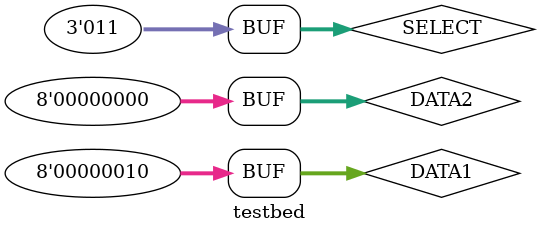
<source format=v>


module testbed;


	//initialize
	reg [7:0] DATA1,DATA2;
	reg [2:0] SELECT;
	wire [7:0] RESULT;
	integer i, j;		//for loop

	//intance of module
	alu alu_1(DATA1, DATA2, RESULT, SELECT);

	initial
	begin

		//data initial
		DATA1 = 8'b00000001;
		DATA2 = 8'b11111111;
		SELECT = 3'b000;

		#2
		
			//change data
			DATA1 = DATA1 + 8'b00000001;
			DATA2 = DATA2 + 8'b00000001;
		#3
			SELECT = 3'b001;
		#3
			SELECT = 3'b011;



		

	end

	//this is monitoring part
	initial 
	begin
		
		$monitor($time,"  DATA1: %b  DATA2 : %b  Select %b --> %b",DATA1,DATA2,SELECT,RESULT);

		//for gtk wave
		$dumpfile("wavedata.vcd");
		$dumpvars(0,alu_1);

	end

endmodule
</source>
